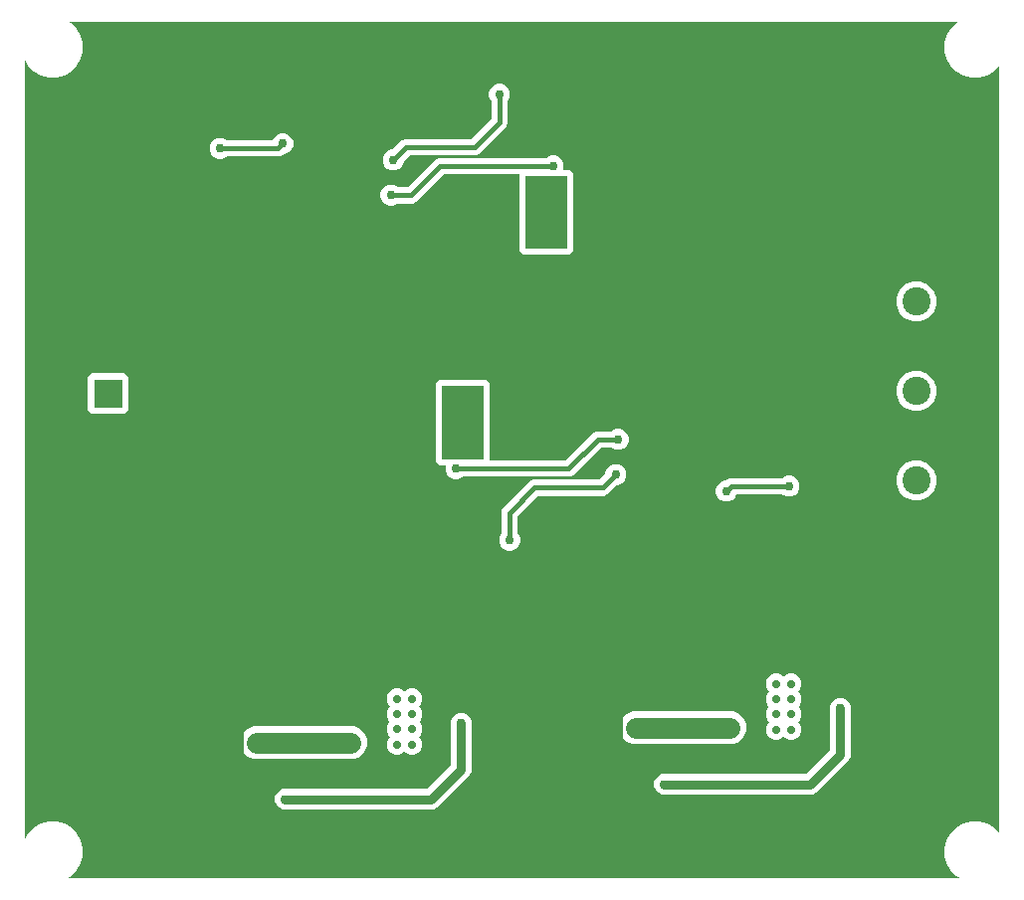
<source format=gbr>
G04 EAGLE Gerber RS-274X export*
G75*
%MOMM*%
%FSLAX34Y34*%
%LPD*%
%INBottom Copper*%
%IPPOS*%
%AMOC8*
5,1,8,0,0,1.08239X$1,22.5*%
G01*
%ADD10C,0.708000*%
%ADD11R,2.400000X2.400000*%
%ADD12C,2.400000*%
%ADD13C,0.756400*%
%ADD14C,0.762000*%
%ADD15C,0.381000*%
%ADD16C,1.778000*%

G36*
X-667682Y1037257D02*
X-667682Y1037257D01*
X-667680Y1037257D01*
X-667680Y1037258D01*
X-667679Y1037260D01*
X-667681Y1037262D01*
X-667681Y1037264D01*
X-670983Y1039171D01*
X-675829Y1044017D01*
X-679256Y1049953D01*
X-681030Y1056573D01*
X-681030Y1063427D01*
X-679256Y1070047D01*
X-675829Y1075983D01*
X-670983Y1080829D01*
X-665047Y1084256D01*
X-658427Y1086030D01*
X-651573Y1086030D01*
X-644953Y1084256D01*
X-639017Y1080829D01*
X-634171Y1075983D01*
X-634164Y1075972D01*
X-634162Y1075971D01*
X-634161Y1075970D01*
X-634160Y1075971D01*
X-634158Y1075970D01*
X-634157Y1075973D01*
X-634155Y1075975D01*
X-634155Y1729025D01*
X-634157Y1729027D01*
X-634157Y1729029D01*
X-634158Y1729029D01*
X-634160Y1729030D01*
X-634161Y1729029D01*
X-634162Y1729028D01*
X-634164Y1729028D01*
X-634171Y1729017D01*
X-639017Y1724171D01*
X-644953Y1720744D01*
X-651573Y1718970D01*
X-658427Y1718970D01*
X-665047Y1720744D01*
X-670983Y1724171D01*
X-675829Y1729017D01*
X-679256Y1734953D01*
X-681030Y1741573D01*
X-681030Y1748427D01*
X-679256Y1755047D01*
X-675829Y1760983D01*
X-670983Y1765829D01*
X-669067Y1766936D01*
X-669066Y1766938D01*
X-669064Y1766939D01*
X-669065Y1766940D01*
X-669065Y1766942D01*
X-669067Y1766943D01*
X-669069Y1766945D01*
X-1425931Y1766945D01*
X-1425932Y1766943D01*
X-1425935Y1766943D01*
X-1425934Y1766942D01*
X-1425936Y1766940D01*
X-1425934Y1766938D01*
X-1425933Y1766936D01*
X-1424017Y1765829D01*
X-1419171Y1760983D01*
X-1415744Y1755047D01*
X-1413970Y1748427D01*
X-1413970Y1741573D01*
X-1415744Y1734953D01*
X-1419171Y1729017D01*
X-1424017Y1724171D01*
X-1429953Y1720744D01*
X-1436573Y1718970D01*
X-1443427Y1718970D01*
X-1450047Y1720744D01*
X-1455983Y1724171D01*
X-1460829Y1729017D01*
X-1463836Y1734224D01*
X-1463838Y1734225D01*
X-1463839Y1734226D01*
X-1463840Y1734226D01*
X-1463842Y1734226D01*
X-1463843Y1734223D01*
X-1463845Y1734222D01*
X-1463845Y1070778D01*
X-1463843Y1070777D01*
X-1463843Y1070775D01*
X-1463842Y1070775D01*
X-1463840Y1070774D01*
X-1463839Y1070774D01*
X-1463838Y1070775D01*
X-1463836Y1070776D01*
X-1460829Y1075983D01*
X-1455983Y1080829D01*
X-1450047Y1084256D01*
X-1443427Y1086030D01*
X-1436573Y1086030D01*
X-1429953Y1084256D01*
X-1424017Y1080829D01*
X-1419171Y1075983D01*
X-1415744Y1070047D01*
X-1413970Y1063427D01*
X-1413970Y1056573D01*
X-1415744Y1049953D01*
X-1419171Y1044017D01*
X-1424017Y1039171D01*
X-1427319Y1037264D01*
X-1427319Y1037262D01*
X-1427321Y1037261D01*
X-1427320Y1037260D01*
X-1427321Y1037258D01*
X-1427318Y1037257D01*
X-1427316Y1037255D01*
X-667684Y1037255D01*
X-667682Y1037257D01*
G37*
%LPC*%
G36*
X-1098534Y1377475D02*
X-1098534Y1377475D01*
X-1101789Y1378823D01*
X-1104281Y1381315D01*
X-1105629Y1384570D01*
X-1105629Y1388094D01*
X-1105097Y1389378D01*
X-1105098Y1389379D01*
X-1105097Y1389379D01*
X-1105098Y1389381D01*
X-1105099Y1389384D01*
X-1105101Y1389384D01*
X-1105102Y1389385D01*
X-1110558Y1389385D01*
X-1113531Y1392358D01*
X-1113531Y1459046D01*
X-1110558Y1462019D01*
X-1071302Y1462019D01*
X-1068329Y1459046D01*
X-1068329Y1393317D01*
X-1068324Y1393312D01*
X-1068324Y1393313D01*
X-1068324Y1393312D01*
X-1003653Y1393312D01*
X-1003652Y1393314D01*
X-1003650Y1393314D01*
X-979822Y1417142D01*
X-977256Y1418204D01*
X-964144Y1418204D01*
X-964143Y1418205D01*
X-964142Y1418206D01*
X-964140Y1418206D01*
X-963613Y1418733D01*
X-960358Y1420081D01*
X-956834Y1420081D01*
X-953579Y1418733D01*
X-951087Y1416241D01*
X-949739Y1412986D01*
X-949739Y1409462D01*
X-951087Y1406207D01*
X-953579Y1403715D01*
X-956834Y1402367D01*
X-960358Y1402367D01*
X-963613Y1403715D01*
X-964140Y1404242D01*
X-964143Y1404243D01*
X-964144Y1404244D01*
X-972975Y1404244D01*
X-972976Y1404242D01*
X-972978Y1404242D01*
X-996806Y1380414D01*
X-999371Y1379352D01*
X-1091224Y1379352D01*
X-1091226Y1379350D01*
X-1091228Y1379350D01*
X-1091755Y1378823D01*
X-1095010Y1377475D01*
X-1098534Y1377475D01*
G37*
%LPD*%
%LPC*%
G36*
X-1039438Y1568201D02*
X-1039438Y1568201D01*
X-1042411Y1571174D01*
X-1042411Y1636903D01*
X-1042416Y1636908D01*
X-1042416Y1636907D01*
X-1042416Y1636908D01*
X-1107087Y1636908D01*
X-1107088Y1636906D01*
X-1107090Y1636906D01*
X-1130918Y1613078D01*
X-1133483Y1612016D01*
X-1146596Y1612016D01*
X-1146598Y1612014D01*
X-1146600Y1612014D01*
X-1147127Y1611487D01*
X-1150382Y1610139D01*
X-1153906Y1610139D01*
X-1157161Y1611487D01*
X-1159653Y1613979D01*
X-1161001Y1617234D01*
X-1161001Y1620758D01*
X-1159653Y1624013D01*
X-1157161Y1626505D01*
X-1153906Y1627853D01*
X-1150382Y1627853D01*
X-1147127Y1626505D01*
X-1146600Y1625978D01*
X-1146597Y1625977D01*
X-1146596Y1625976D01*
X-1137765Y1625976D01*
X-1137764Y1625978D01*
X-1137762Y1625978D01*
X-1113934Y1649806D01*
X-1111368Y1650868D01*
X-1019516Y1650868D01*
X-1019514Y1650870D01*
X-1019512Y1650870D01*
X-1018985Y1651397D01*
X-1015730Y1652745D01*
X-1012206Y1652745D01*
X-1008951Y1651397D01*
X-1006459Y1648905D01*
X-1005111Y1645650D01*
X-1005111Y1642126D01*
X-1005643Y1640842D01*
X-1005642Y1640841D01*
X-1005643Y1640841D01*
X-1005642Y1640839D01*
X-1005641Y1640836D01*
X-1005639Y1640836D01*
X-1005638Y1640835D01*
X-1000182Y1640835D01*
X-997209Y1637862D01*
X-997209Y1571174D01*
X-1000182Y1568201D01*
X-1039438Y1568201D01*
G37*
%LPD*%
%LPC*%
G36*
X-1243827Y1096015D02*
X-1243827Y1096015D01*
X-1247093Y1097367D01*
X-1249593Y1099867D01*
X-1250945Y1103133D01*
X-1250945Y1106667D01*
X-1249593Y1109933D01*
X-1247093Y1112433D01*
X-1243827Y1113785D01*
X-1121282Y1113785D01*
X-1121281Y1113787D01*
X-1121279Y1113787D01*
X-1101087Y1133979D01*
X-1101087Y1133981D01*
X-1101086Y1133981D01*
X-1101086Y1133982D01*
X-1101085Y1133982D01*
X-1101085Y1171437D01*
X-1099733Y1174703D01*
X-1097233Y1177203D01*
X-1093967Y1178555D01*
X-1090433Y1178555D01*
X-1087167Y1177203D01*
X-1084667Y1174703D01*
X-1083315Y1171437D01*
X-1083315Y1128533D01*
X-1084667Y1125267D01*
X-1112567Y1097367D01*
X-1115833Y1096015D01*
X-1243827Y1096015D01*
G37*
%LPD*%
%LPC*%
G36*
X-921247Y1108715D02*
X-921247Y1108715D01*
X-924513Y1110067D01*
X-927013Y1112567D01*
X-928365Y1115833D01*
X-928365Y1119367D01*
X-927013Y1122633D01*
X-924513Y1125133D01*
X-921247Y1126485D01*
X-798702Y1126485D01*
X-798701Y1126487D01*
X-798699Y1126487D01*
X-778507Y1146679D01*
X-778507Y1146681D01*
X-778506Y1146681D01*
X-778506Y1146682D01*
X-778505Y1146682D01*
X-778505Y1184137D01*
X-777153Y1187403D01*
X-774653Y1189903D01*
X-771387Y1191255D01*
X-767853Y1191255D01*
X-764587Y1189903D01*
X-762087Y1187403D01*
X-760735Y1184137D01*
X-760735Y1141233D01*
X-762087Y1137967D01*
X-789987Y1110067D01*
X-793253Y1108715D01*
X-921247Y1108715D01*
G37*
%LPD*%
%LPC*%
G36*
X-1268968Y1139195D02*
X-1268968Y1139195D01*
X-1274101Y1141321D01*
X-1278029Y1145249D01*
X-1280155Y1150382D01*
X-1280155Y1155938D01*
X-1278029Y1161071D01*
X-1274101Y1164999D01*
X-1268968Y1167125D01*
X-1183402Y1167125D01*
X-1178269Y1164999D01*
X-1174341Y1161071D01*
X-1172215Y1155938D01*
X-1172215Y1150382D01*
X-1174341Y1145249D01*
X-1178269Y1141321D01*
X-1183402Y1139195D01*
X-1268968Y1139195D01*
G37*
%LPD*%
%LPC*%
G36*
X-946388Y1151895D02*
X-946388Y1151895D01*
X-951521Y1154021D01*
X-955449Y1157949D01*
X-957575Y1163082D01*
X-957575Y1168638D01*
X-955449Y1173771D01*
X-951521Y1177699D01*
X-946388Y1179825D01*
X-860822Y1179825D01*
X-855689Y1177699D01*
X-851761Y1173771D01*
X-849635Y1168638D01*
X-849635Y1163082D01*
X-851761Y1157949D01*
X-855689Y1154021D01*
X-860822Y1151895D01*
X-946388Y1151895D01*
G37*
%LPD*%
G36*
X-1073399Y1394459D02*
X-1073399Y1394459D01*
X-1073399Y1394460D01*
X-1073399Y1456944D01*
X-1073403Y1456949D01*
X-1073404Y1456949D01*
X-1108456Y1456949D01*
X-1108461Y1456945D01*
X-1108461Y1456944D01*
X-1108461Y1394460D01*
X-1108457Y1394455D01*
X-1108456Y1394455D01*
X-1073404Y1394455D01*
X-1073399Y1394459D01*
G37*
G36*
X-1002279Y1573275D02*
X-1002279Y1573275D01*
X-1002279Y1573276D01*
X-1002279Y1635760D01*
X-1002283Y1635765D01*
X-1002284Y1635765D01*
X-1037336Y1635765D01*
X-1037341Y1635761D01*
X-1037341Y1635760D01*
X-1037341Y1573276D01*
X-1037337Y1573271D01*
X-1037336Y1573271D01*
X-1002284Y1573271D01*
X-1002279Y1573275D01*
G37*
%LPC*%
G36*
X-1052814Y1316515D02*
X-1052814Y1316515D01*
X-1056069Y1317863D01*
X-1058561Y1320355D01*
X-1059909Y1323610D01*
X-1059909Y1327134D01*
X-1058561Y1330389D01*
X-1058034Y1330916D01*
X-1058033Y1330919D01*
X-1058032Y1330920D01*
X-1058032Y1350128D01*
X-1056970Y1352694D01*
X-1033670Y1375994D01*
X-1031104Y1377056D01*
X-974697Y1377056D01*
X-974696Y1377058D01*
X-974694Y1377058D01*
X-969487Y1382265D01*
X-969486Y1382267D01*
X-969485Y1382268D01*
X-969485Y1383014D01*
X-968137Y1386269D01*
X-965645Y1388761D01*
X-962390Y1390109D01*
X-958866Y1390109D01*
X-955611Y1388761D01*
X-953119Y1386269D01*
X-951771Y1383014D01*
X-951771Y1379490D01*
X-953119Y1376235D01*
X-955611Y1373743D01*
X-958866Y1372395D01*
X-959612Y1372395D01*
X-959613Y1372393D01*
X-959615Y1372393D01*
X-967850Y1364158D01*
X-970415Y1363096D01*
X-1026823Y1363096D01*
X-1026824Y1363094D01*
X-1026826Y1363094D01*
X-1044070Y1345850D01*
X-1044071Y1345848D01*
X-1044072Y1345847D01*
X-1044072Y1330920D01*
X-1044070Y1330918D01*
X-1044070Y1330916D01*
X-1043543Y1330389D01*
X-1042195Y1327134D01*
X-1042195Y1323610D01*
X-1043543Y1320355D01*
X-1046035Y1317863D01*
X-1049290Y1316515D01*
X-1052814Y1316515D01*
G37*
%LPD*%
%LPC*%
G36*
X-1151874Y1640111D02*
X-1151874Y1640111D01*
X-1155129Y1641459D01*
X-1157621Y1643951D01*
X-1158969Y1647206D01*
X-1158969Y1650730D01*
X-1157621Y1653985D01*
X-1155129Y1656477D01*
X-1151874Y1657825D01*
X-1151128Y1657825D01*
X-1151127Y1657827D01*
X-1151125Y1657827D01*
X-1142890Y1666062D01*
X-1140324Y1667124D01*
X-1083917Y1667124D01*
X-1083916Y1667126D01*
X-1083914Y1667126D01*
X-1066670Y1684370D01*
X-1066669Y1684372D01*
X-1066668Y1684373D01*
X-1066668Y1699300D01*
X-1066670Y1699302D01*
X-1066670Y1699304D01*
X-1067197Y1699831D01*
X-1068545Y1703086D01*
X-1068545Y1706610D01*
X-1067197Y1709865D01*
X-1064705Y1712357D01*
X-1061450Y1713705D01*
X-1057926Y1713705D01*
X-1054671Y1712357D01*
X-1052179Y1709865D01*
X-1050831Y1706610D01*
X-1050831Y1703086D01*
X-1052179Y1699831D01*
X-1052706Y1699304D01*
X-1052706Y1699302D01*
X-1052707Y1699302D01*
X-1052706Y1699302D01*
X-1052707Y1699301D01*
X-1052708Y1699300D01*
X-1052708Y1680091D01*
X-1053770Y1677526D01*
X-1077070Y1654226D01*
X-1079635Y1653164D01*
X-1136043Y1653164D01*
X-1136044Y1653162D01*
X-1136046Y1653162D01*
X-1141253Y1647955D01*
X-1141254Y1647953D01*
X-1141255Y1647952D01*
X-1141255Y1647206D01*
X-1142603Y1643951D01*
X-1145095Y1641459D01*
X-1148350Y1640111D01*
X-1151874Y1640111D01*
G37*
%LPD*%
%LPC*%
G36*
X-1148674Y1142825D02*
X-1148674Y1142825D01*
X-1151840Y1144136D01*
X-1154264Y1146560D01*
X-1155575Y1149726D01*
X-1155575Y1153154D01*
X-1154264Y1156320D01*
X-1152647Y1157936D01*
X-1152647Y1157943D01*
X-1152647Y1157944D01*
X-1154264Y1159560D01*
X-1155575Y1162726D01*
X-1155575Y1166154D01*
X-1154264Y1169320D01*
X-1152647Y1170936D01*
X-1152647Y1170938D01*
X-1152646Y1170939D01*
X-1152647Y1170939D01*
X-1152647Y1170943D01*
X-1152647Y1170944D01*
X-1154264Y1172560D01*
X-1155575Y1175726D01*
X-1155575Y1179154D01*
X-1154264Y1182320D01*
X-1152647Y1183936D01*
X-1152647Y1183943D01*
X-1152647Y1183944D01*
X-1154264Y1185560D01*
X-1155575Y1188726D01*
X-1155575Y1192154D01*
X-1154264Y1195320D01*
X-1151840Y1197744D01*
X-1148674Y1199055D01*
X-1145246Y1199055D01*
X-1142080Y1197744D01*
X-1140464Y1196127D01*
X-1140461Y1196127D01*
X-1140460Y1196126D01*
X-1140459Y1196127D01*
X-1140457Y1196127D01*
X-1140456Y1196127D01*
X-1138840Y1197744D01*
X-1135674Y1199055D01*
X-1132246Y1199055D01*
X-1129080Y1197744D01*
X-1126656Y1195320D01*
X-1125345Y1192154D01*
X-1125345Y1188726D01*
X-1126656Y1185560D01*
X-1128273Y1183944D01*
X-1128273Y1183937D01*
X-1128273Y1183936D01*
X-1126656Y1182320D01*
X-1125345Y1179154D01*
X-1125345Y1175726D01*
X-1126656Y1172560D01*
X-1128273Y1170944D01*
X-1128273Y1170941D01*
X-1128274Y1170940D01*
X-1128273Y1170939D01*
X-1128273Y1170937D01*
X-1128273Y1170936D01*
X-1126656Y1169320D01*
X-1125345Y1166154D01*
X-1125345Y1162726D01*
X-1126656Y1159560D01*
X-1128273Y1157944D01*
X-1128273Y1157942D01*
X-1128273Y1157937D01*
X-1128273Y1157936D01*
X-1126656Y1156320D01*
X-1125345Y1153154D01*
X-1125345Y1149726D01*
X-1126656Y1146560D01*
X-1129080Y1144136D01*
X-1132246Y1142825D01*
X-1135674Y1142825D01*
X-1138840Y1144136D01*
X-1140456Y1145753D01*
X-1140463Y1145753D01*
X-1140464Y1145753D01*
X-1142080Y1144136D01*
X-1145246Y1142825D01*
X-1148674Y1142825D01*
G37*
%LPD*%
%LPC*%
G36*
X-826094Y1155525D02*
X-826094Y1155525D01*
X-829260Y1156836D01*
X-831684Y1159260D01*
X-832995Y1162426D01*
X-832995Y1165854D01*
X-831684Y1169020D01*
X-830067Y1170636D01*
X-830067Y1170643D01*
X-830067Y1170644D01*
X-831684Y1172260D01*
X-832995Y1175426D01*
X-832995Y1178854D01*
X-831684Y1182020D01*
X-830067Y1183636D01*
X-830067Y1183638D01*
X-830066Y1183639D01*
X-830067Y1183640D01*
X-830067Y1183643D01*
X-830067Y1183644D01*
X-831684Y1185260D01*
X-832995Y1188426D01*
X-832995Y1191854D01*
X-831684Y1195020D01*
X-830067Y1196636D01*
X-830067Y1196643D01*
X-830067Y1196644D01*
X-831684Y1198260D01*
X-832995Y1201426D01*
X-832995Y1204854D01*
X-831684Y1208020D01*
X-829260Y1210444D01*
X-826094Y1211755D01*
X-822666Y1211755D01*
X-819500Y1210444D01*
X-817884Y1208827D01*
X-817881Y1208827D01*
X-817880Y1208826D01*
X-817879Y1208827D01*
X-817877Y1208827D01*
X-817876Y1208827D01*
X-816260Y1210444D01*
X-813094Y1211755D01*
X-809666Y1211755D01*
X-806500Y1210444D01*
X-804076Y1208020D01*
X-802765Y1204854D01*
X-802765Y1201426D01*
X-804076Y1198260D01*
X-805693Y1196644D01*
X-805693Y1196637D01*
X-805693Y1196636D01*
X-804076Y1195020D01*
X-802765Y1191854D01*
X-802765Y1188426D01*
X-804076Y1185260D01*
X-805693Y1183644D01*
X-805693Y1183641D01*
X-805694Y1183640D01*
X-805693Y1183639D01*
X-805693Y1183637D01*
X-805693Y1183636D01*
X-804076Y1182020D01*
X-802765Y1178854D01*
X-802765Y1175426D01*
X-804076Y1172260D01*
X-805693Y1170644D01*
X-805693Y1170642D01*
X-805693Y1170637D01*
X-805693Y1170636D01*
X-804076Y1169020D01*
X-802765Y1165854D01*
X-802765Y1162426D01*
X-804076Y1159260D01*
X-806500Y1156836D01*
X-809666Y1155525D01*
X-813094Y1155525D01*
X-816260Y1156836D01*
X-817876Y1158453D01*
X-817879Y1158453D01*
X-817883Y1158453D01*
X-817884Y1158453D01*
X-819500Y1156836D01*
X-822666Y1155525D01*
X-826094Y1155525D01*
G37*
%LPD*%
%LPC*%
G36*
X-1406822Y1433265D02*
X-1406822Y1433265D01*
X-1409795Y1436238D01*
X-1409795Y1464442D01*
X-1406822Y1467415D01*
X-1378618Y1467415D01*
X-1375645Y1464442D01*
X-1375645Y1436238D01*
X-1378618Y1433265D01*
X-1406822Y1433265D01*
G37*
%LPD*%
%LPC*%
G36*
X-868410Y1358425D02*
X-868410Y1358425D01*
X-871665Y1359773D01*
X-874157Y1362265D01*
X-875505Y1365520D01*
X-875505Y1369044D01*
X-874157Y1372299D01*
X-871665Y1374791D01*
X-868410Y1376139D01*
X-867664Y1376139D01*
X-867663Y1376141D01*
X-867661Y1376141D01*
X-866538Y1377264D01*
X-863972Y1378326D01*
X-818856Y1378326D01*
X-818854Y1378328D01*
X-818852Y1378328D01*
X-818325Y1378855D01*
X-815070Y1380203D01*
X-811546Y1380203D01*
X-808291Y1378855D01*
X-805799Y1376363D01*
X-804451Y1373108D01*
X-804451Y1369584D01*
X-805799Y1366329D01*
X-808291Y1363837D01*
X-811546Y1362489D01*
X-815070Y1362489D01*
X-818325Y1363837D01*
X-818852Y1364364D01*
X-818855Y1364365D01*
X-818856Y1364366D01*
X-858266Y1364366D01*
X-858268Y1364363D01*
X-858270Y1364363D01*
X-859139Y1362265D01*
X-861631Y1359773D01*
X-864886Y1358425D01*
X-868410Y1358425D01*
G37*
%LPD*%
%LPC*%
G36*
X-1299194Y1650017D02*
X-1299194Y1650017D01*
X-1302449Y1651365D01*
X-1304941Y1653857D01*
X-1306289Y1657112D01*
X-1306289Y1660636D01*
X-1304941Y1663891D01*
X-1302449Y1666383D01*
X-1299194Y1667731D01*
X-1295670Y1667731D01*
X-1292415Y1666383D01*
X-1291888Y1665856D01*
X-1291885Y1665855D01*
X-1291884Y1665854D01*
X-1252474Y1665854D01*
X-1252472Y1665857D01*
X-1252470Y1665857D01*
X-1251601Y1667955D01*
X-1249109Y1670447D01*
X-1245854Y1671795D01*
X-1242330Y1671795D01*
X-1239075Y1670447D01*
X-1236583Y1667955D01*
X-1235235Y1664700D01*
X-1235235Y1661176D01*
X-1236583Y1657921D01*
X-1239075Y1655429D01*
X-1242330Y1654081D01*
X-1243076Y1654081D01*
X-1243077Y1654079D01*
X-1243079Y1654079D01*
X-1244202Y1652956D01*
X-1246767Y1651894D01*
X-1291884Y1651894D01*
X-1291886Y1651892D01*
X-1291888Y1651892D01*
X-1292415Y1651365D01*
X-1295670Y1650017D01*
X-1299194Y1650017D01*
G37*
%LPD*%
%LPC*%
G36*
X-708397Y1511525D02*
X-708397Y1511525D01*
X-714672Y1514124D01*
X-719476Y1518928D01*
X-722075Y1525204D01*
X-722075Y1531996D01*
X-719476Y1538272D01*
X-714672Y1543076D01*
X-708396Y1545675D01*
X-701604Y1545675D01*
X-695328Y1543076D01*
X-690524Y1538272D01*
X-687925Y1531997D01*
X-687925Y1525203D01*
X-690524Y1518928D01*
X-695328Y1514124D01*
X-701603Y1511525D01*
X-708397Y1511525D01*
G37*
%LPD*%
%LPC*%
G36*
X-708397Y1435325D02*
X-708397Y1435325D01*
X-714672Y1437924D01*
X-719476Y1442728D01*
X-722075Y1449004D01*
X-722075Y1455796D01*
X-719476Y1462072D01*
X-714672Y1466876D01*
X-708396Y1469475D01*
X-701604Y1469475D01*
X-695328Y1466876D01*
X-690524Y1462072D01*
X-687925Y1455797D01*
X-687925Y1449003D01*
X-690524Y1442728D01*
X-695328Y1437924D01*
X-701603Y1435325D01*
X-708397Y1435325D01*
G37*
%LPD*%
%LPC*%
G36*
X-708397Y1359125D02*
X-708397Y1359125D01*
X-714672Y1361724D01*
X-719476Y1366528D01*
X-722075Y1372804D01*
X-722075Y1379596D01*
X-719476Y1385872D01*
X-714672Y1390676D01*
X-708396Y1393275D01*
X-701604Y1393275D01*
X-695328Y1390676D01*
X-690524Y1385872D01*
X-687925Y1379597D01*
X-687925Y1372803D01*
X-690524Y1366528D01*
X-695328Y1361724D01*
X-701603Y1359125D01*
X-708397Y1359125D01*
G37*
%LPD*%
D10*
X-1133960Y1151440D03*
X-1146960Y1151440D03*
X-1133960Y1164440D03*
X-1146960Y1164440D03*
X-1133960Y1177440D03*
X-1146960Y1177440D03*
X-1133960Y1190440D03*
X-1146960Y1190440D03*
X-811380Y1164140D03*
X-824380Y1164140D03*
X-811380Y1177140D03*
X-824380Y1177140D03*
X-811380Y1190140D03*
X-824380Y1190140D03*
X-811380Y1203140D03*
X-824380Y1203140D03*
D11*
X-1392720Y1450340D03*
D12*
X-1392720Y1374140D03*
D11*
X-705000Y1300000D03*
D12*
X-705000Y1376200D03*
X-705000Y1452400D03*
X-705000Y1528600D03*
D13*
X-1278890Y1111250D03*
D14*
X-1281430Y1113790D01*
X-1281430Y1177290D01*
D13*
X-1281430Y1177290D03*
X-956310Y1123950D03*
D14*
X-958850Y1126490D01*
X-958850Y1189990D01*
D13*
X-958850Y1189990D03*
X-1066800Y1473200D03*
X-1054100Y1473200D03*
X-1041400Y1473200D03*
X-1028700Y1473200D03*
X-1016000Y1473200D03*
X-1003300Y1473200D03*
X-990600Y1473200D03*
X-977900Y1473200D03*
X-965200Y1473200D03*
X-952500Y1473200D03*
X-939800Y1473200D03*
X-927100Y1473200D03*
X-914400Y1473200D03*
X-947420Y1460500D03*
X-934720Y1460500D03*
X-922020Y1460500D03*
X-909320Y1460500D03*
X-939800Y1447800D03*
X-927100Y1447800D03*
X-914400Y1447800D03*
X-901700Y1447800D03*
X-922020Y1435100D03*
X-906780Y1435100D03*
X-1043940Y1557020D03*
X-1056640Y1557020D03*
X-1069340Y1557020D03*
X-1082040Y1557020D03*
X-1097280Y1557020D03*
X-1112520Y1557020D03*
X-1127760Y1557020D03*
X-1143000Y1557020D03*
X-1158240Y1557020D03*
X-1173480Y1557020D03*
X-1188720Y1557020D03*
X-1203960Y1557020D03*
X-1209040Y1569720D03*
X-1196340Y1569720D03*
X-1181100Y1569720D03*
X-1168400Y1569720D03*
X-1155700Y1569720D03*
X-1209040Y1582420D03*
X-1196340Y1582420D03*
X-1181100Y1582420D03*
X-1168400Y1582420D03*
X-1203960Y1595120D03*
X-1191260Y1595120D03*
X-937260Y1308100D03*
X-937260Y1297940D03*
X-927100Y1308100D03*
X-927100Y1297940D03*
X-916940Y1297940D03*
X-906780Y1297940D03*
X-916940Y1308100D03*
X-906780Y1308100D03*
X-899160Y1315720D03*
X-899160Y1303020D03*
X-916940Y1198880D03*
X-904240Y1198880D03*
X-1236980Y1186180D03*
X-1226820Y1186180D03*
X-1301750Y1376680D03*
X-1301750Y1363980D03*
X-1301750Y1348740D03*
X-1301750Y1336040D03*
X-1289050Y1336040D03*
X-1276350Y1336040D03*
X-1263650Y1336040D03*
X-1263650Y1348740D03*
X-1263650Y1363980D03*
X-1263650Y1376680D03*
X-844550Y1694180D03*
X-834390Y1694180D03*
X-822960Y1694180D03*
X-811530Y1694180D03*
X-811530Y1684020D03*
X-811530Y1672590D03*
X-811530Y1661160D03*
X-811530Y1649730D03*
X-844550Y1649730D03*
X-844550Y1661160D03*
X-844550Y1672590D03*
X-844550Y1684020D03*
X-805434Y1402588D03*
X-805434Y1386586D03*
X-808990Y1358138D03*
X-805942Y1343914D03*
X-776478Y1438656D03*
X-1318768Y1579118D03*
X-1304544Y1643634D03*
X-1303782Y1627886D03*
X-1303274Y1686306D03*
X-1303274Y1671828D03*
X-1208532Y1724914D03*
X-1198372Y1724914D03*
X-1188212Y1724914D03*
X-1178052Y1724914D03*
X-1167892Y1724914D03*
X-1172972Y1732534D03*
X-1183132Y1732534D03*
X-1193292Y1732534D03*
X-1203452Y1732534D03*
X-1297432Y1658874D03*
D15*
X-1248156Y1658874D01*
X-1244092Y1662938D01*
D13*
X-1244092Y1662938D03*
X-813308Y1371346D03*
D15*
X-862584Y1371346D01*
X-866648Y1367282D01*
D13*
X-866648Y1367282D03*
X-1186180Y1153160D03*
D16*
X-1266190Y1153160D01*
D13*
X-1266190Y1153160D03*
X-1257300Y1153160D03*
X-1248410Y1153160D03*
X-1239520Y1153160D03*
X-863600Y1165860D03*
D16*
X-943610Y1165860D01*
D13*
X-943610Y1165860D03*
X-934720Y1165860D03*
X-925830Y1165860D03*
X-916940Y1165860D03*
X-1009904Y1629664D03*
X-1009904Y1616964D03*
X-1009904Y1604264D03*
X-1009904Y1591564D03*
X-1009904Y1581404D03*
X-1152144Y1618996D03*
D15*
X-1134872Y1618996D01*
D13*
X-1013968Y1643888D03*
D15*
X-1109980Y1643888D02*
X-1134872Y1618996D01*
X-1109980Y1643888D02*
X-1013968Y1643888D01*
D13*
X-1150112Y1648968D03*
D15*
X-1138936Y1660144D01*
X-1081024Y1660144D01*
X-1059688Y1681480D01*
X-1059688Y1704848D01*
D13*
X-1059688Y1704848D03*
X-1100836Y1400556D03*
X-1100836Y1413256D03*
X-1100836Y1425956D03*
X-1100836Y1438656D03*
X-1100836Y1450086D03*
X-958596Y1411224D03*
D15*
X-975868Y1411224D01*
D13*
X-1096772Y1386332D03*
D15*
X-1000760Y1386332D02*
X-975868Y1411224D01*
X-1000760Y1386332D02*
X-1096772Y1386332D01*
D13*
X-960628Y1381252D03*
D15*
X-971804Y1370076D01*
X-1029716Y1370076D01*
X-1051052Y1348740D01*
X-1051052Y1325372D01*
D13*
X-1051052Y1325372D03*
X-1092200Y1169670D03*
D14*
X-1092200Y1130300D01*
X-1117600Y1104900D02*
X-1242060Y1104900D01*
D13*
X-1242060Y1104900D03*
D14*
X-1117600Y1104900D02*
X-1092200Y1130300D01*
D13*
X-769620Y1182370D03*
D14*
X-769620Y1143000D01*
X-795020Y1117600D02*
X-919480Y1117600D01*
D13*
X-919480Y1117600D03*
D14*
X-795020Y1117600D02*
X-769620Y1143000D01*
M02*

</source>
